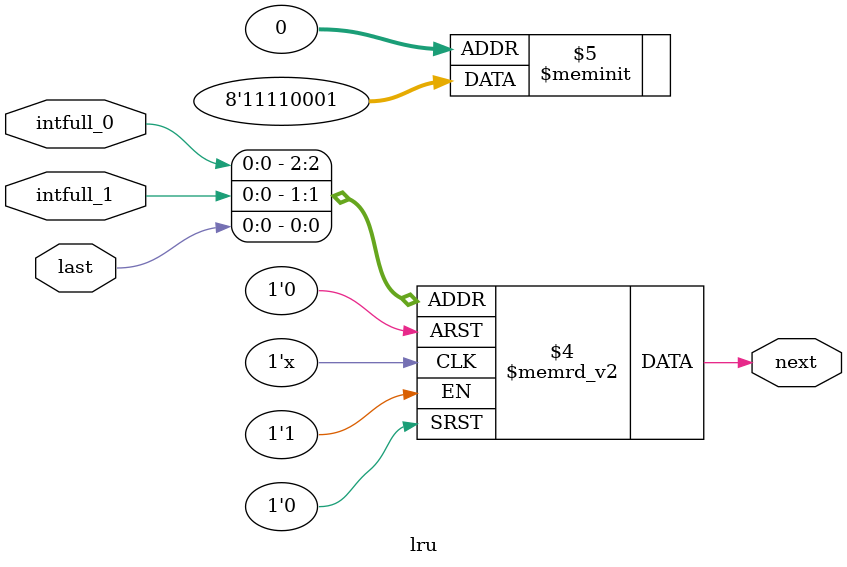
<source format=v>

module lru (
	input intfull_0,
	input intfull_1,
	input last,
	output reg next
	);
always @* begin
	case ({intfull_0,intfull_1,last})
	3'b000:	next = 1;
	3'b001:	next = 0;
	
	3'b010:	next = 0;
	3'b011:	next = 0;
	
	3'b100:	next = 1;
	3'b101:	next = 1;

	3'b110:	next = 1;
	3'b111:	next = 1;
	default:
		next = 0;
	endcase
end

endmodule 

</source>
